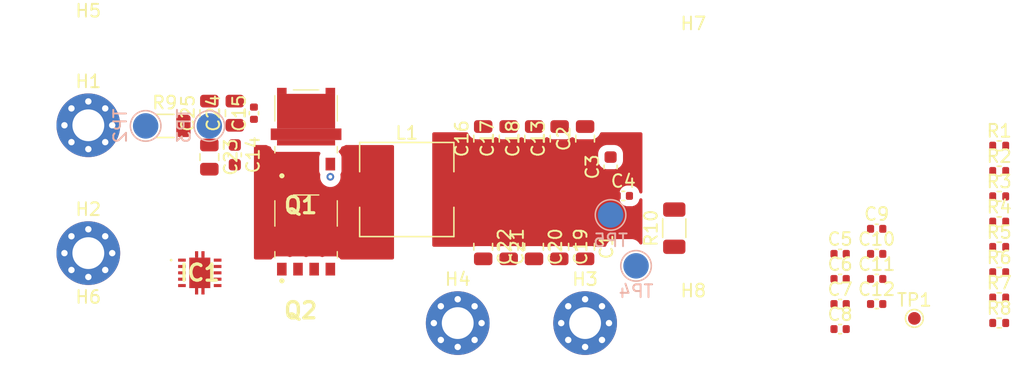
<source format=kicad_pcb>
(kicad_pcb (version 20241229) (generator "pcbnew") (generator_version "9.0")
  (layers (0 "F.Cu" signal) (2 "B.Cu" signal) (13 "F.Paste" user) (15 "B.Paste" user) (5 "F.SilkS" user "F.Silkscreen") (7 "B.SilkS" user "B.Silkscreen") (1 "F.Mask" user) (3 "B.Mask" user) (25 "Edge.Cuts" user))
  (net 0 "")
  (net 1 "GND")
  (net 2 "VOUT")
  (net 3 "Net-(IC1-EN{slash}SS)")
  (net 4 "Net-(C6-Pad1)")
  (net 5 "SW")
  (net 6 "BP")
  (net 7 "VCC")
  (net 8 "Net-(IC1-COMP)")
  (net 9 "Net-(IC1-FB)")
  (net 10 "Net-(C11-Pad2)")
  (net 11 "Net-(C12-Pad1)")
  (net 12 "Net-(H1-Pad1)")
  (net 13 "Net-(H3-Pad1)")
  (net 14 "GATE_H")
  (net 15 "GATE_L")
  (net 16 "Net-(IC1-BOOT)")
  (net 17 "Net-(IC1-PGOOD)")
  (net 18 "Net-(R7-Pad2)")
  (footprint "MountingHole:MountingHole_2.5mm_Pad_Via" (layer "F.Cu") (at 106.5 99)
    (property "Reference" "H3" (at 0 -3.45 0) (layer "F.SilkS"))
    (property "Value" "MountingHole_Pad")
    (pad "1" thru_hole circle (at -1.875 0) (size 0.8 0.8) (drill 0.5) (layers "*.Cu" "*.Mask") (net 13 "Net-(H3-Pad1)"))
    (pad "1" thru_hole circle (at -1.325825 -1.325825) (size 0.8 0.8) (drill 0.5) (layers "*.Cu" "*.Mask") (net 13 "Net-(H3-Pad1)"))
    (pad "1" thru_hole circle (at -1.325825 1.325825) (size 0.8 0.8) (drill 0.5) (layers "*.Cu" "*.Mask") (net 13 "Net-(H3-Pad1)"))
    (pad "1" thru_hole circle (at 0 -1.875) (size 0.8 0.8) (drill 0.5) (layers "*.Cu" "*.Mask") (net 13 "Net-(H3-Pad1)"))
    (pad "1" thru_hole circle (at 0 0) (size 5 5) (drill 2.5) (layers "*.Cu" "*.Mask") (net 13 "Net-(H3-Pad1)"))
    (pad "1" thru_hole circle (at 0 1.875) (size 0.8 0.8) (drill 0.5) (layers "*.Cu" "*.Mask") (net 13 "Net-(H3-Pad1)"))
    (pad "1" thru_hole circle (at 1.325825 -1.325825) (size 0.8 0.8) (drill 0.5) (layers "*.Cu" "*.Mask") (net 13 "Net-(H3-Pad1)"))
    (pad "1" thru_hole circle (at 1.325825 1.325825) (size 0.8 0.8) (drill 0.5) (layers "*.Cu" "*.Mask") (net 13 "Net-(H3-Pad1)"))
    (pad "1" thru_hole circle (at 1.875 0) (size 0.8 0.8) (drill 0.5) (layers "*.Cu" "*.Mask") (net 13 "Net-(H3-Pad1)"))
  )
  (footprint "Capacitor_SMD:C_0402_1005Metric" (layer "F.Cu") (at 129.39 97.5)
    (property "Reference" "C12" (at 0 -1.16 0) (layer "F.SilkS"))
    (property "Value" "1.8n")
    (fp_line (start -0.107836 -0.36) (end 0.107836 -0.36) (stroke (width 0.12)) (layer "F.SilkS"))
    (fp_line (start -0.107836 0.36) (end 0.107836 0.36) (stroke (width 0.12)) (layer "F.SilkS"))
    (pad "1" smd roundrect (at -0.48 0) (size 0.56 0.62) (layers "F.Cu" "F.Mask" "F.Paste") (net 11 "Net-(C12-Pad1)"))
    (pad "2" smd roundrect (at 0.48 0) (size 0.56 0.62) (layers "F.Cu" "F.Mask" "F.Paste") (net 9 "Net-(IC1-FB)"))
  )
  (footprint "Capacitor_SMD:C_0402_1005Metric" (layer "F.Cu") (at 126.52 95.53)
    (property "Reference" "C6" (at 0 -1.16 0) (layer "F.SilkS"))
    (property "Value" "220n")
    (fp_line (start -0.107836 -0.36) (end 0.107836 -0.36) (stroke (width 0.12)) (layer "F.SilkS"))
    (fp_line (start -0.107836 0.36) (end 0.107836 0.36) (stroke (width 0.12)) (layer "F.SilkS"))
    (pad "1" smd roundrect (at -0.48 0) (size 0.56 0.62) (layers "F.Cu" "F.Mask" "F.Paste") (net 4 "Net-(C6-Pad1)"))
    (pad "2" smd roundrect (at 0.48 0) (size 0.56 0.62) (layers "F.Cu" "F.Mask" "F.Paste") (net 5 "SW"))
  )
  (footprint "Resistor_SMD:R_0402_1005Metric" (layer "F.Cu") (at 139.01 91.03)
    (property "Reference" "R4" (at 0 -1.17 0) (layer "F.SilkS"))
    (property "Value" "10k")
    (fp_line (start -0.153641 -0.38) (end 0.153641 -0.38) (stroke (width 0.12)) (layer "F.SilkS"))
    (fp_line (start -0.153641 0.38) (end 0.153641 0.38) (stroke (width 0.12)) (layer "F.SilkS"))
    (pad "1" smd roundrect (at -0.51 0) (size 0.54 0.64) (layers "F.Cu" "F.Mask" "F.Paste") (net 2 "VOUT"))
    (pad "2" smd roundrect (at 0.51 0) (size 0.54 0.64) (layers "F.Cu" "F.Mask" "F.Paste") (net 9 "Net-(IC1-FB)"))
  )
  (footprint "imported:NTMFS5C460NLT1G" (layer "F.Cu") (at 82.69 86.521)
    (property "Reference" "Q1" (at 1.48 3.23 0) (layer "F.SilkS") (effects (font (size 1.27 1.27) (thickness 0.254))))
    (property "Value" "NTMFS5C628NLT1G" (hide yes))
    (fp_line (start -0.545 -5.4) (end -0.545 -3.4) (stroke (width 0.1)) (layer "F.SilkS"))
    (fp_line (start -0.545 -1.4) (end -0.545 -0.9) (stroke (width 0.1)) (layer "F.SilkS"))
    (fp_line (start -0.095 0.9) (end -0.095 0.9) (stroke (width 0.2)) (layer "F.SilkS"))
    (fp_line (start 0.105 0.9) (end 0.105 0.9) (stroke (width 0.2)) (layer "F.SilkS"))
    (fp_line (start 0.905 -5.85) (end 2.905 -5.85) (stroke (width 0.1)) (layer "F.SilkS"))
    (fp_line (start 4.355 -5.4) (end 4.355 -3.4) (stroke (width 0.1)) (layer "F.SilkS"))
    (fp_line (start 4.355 -1.4) (end 4.355 -0.9) (stroke (width 0.1)) (layer "F.SilkS"))
    (fp_arc (start -0.095 0.9) (mid 0.005 0.8) (end 0.105 0.9) (stroke (width 0.2)) (layer "F.SilkS"))
    (fp_arc (start 0.105 0.9) (mid 0.005 1) (end -0.095 0.9) (stroke (width 0.2)) (layer "F.SilkS"))
    (pad "1" smd rect (at 0 -0.021) (size 0.75 1) (layers "F.Cu" "F.Mask" "F.Paste") (net 5 "SW"))
    (pad "2" smd rect (at 1.27 -0.021) (size 0.75 1) (layers "F.Cu" "F.Mask" "F.Paste") (net 5 "SW"))
    (pad "3" smd rect (at 2.54 -0.021) (size 0.75 1) (layers "F.Cu" "F.Mask" "F.Paste") (net 5 "SW"))
    (pad "4" smd rect (at 3.81 -0.021) (size 0.75 1) (layers "F.Cu" "F.Mask" "F.Paste") (net 14 "GATE_H"))
    (pad "5" smd rect (at 3.81 -5.779 90) (size 0.475 0.75) (layers "F.Cu" "F.Mask" "F.Paste") (net 7 "VCC"))
    (pad "6" smd rect (at 0 -5.779 90) (size 0.475 0.75) (layers "F.Cu" "F.Mask" "F.Paste") (net 7 "VCC"))
    (pad "7" smd rect (at 1.905 -4.179 90) (size 2.73 4.56) (layers "F.Cu" "F.Mask" "F.Paste") (net 7 "VCC"))
    (pad "8" smd rect (at 1.905 -2.364 90) (size 0.91 5.55) (layers "F.Cu" "F.Mask" "F.Paste") (net 7 "VCC"))
    (pad "9" smd rect (at 1.905 -1.699 90) (size 0.43 4.56) (layers "F.Cu" "F.Mask" "F.Paste") (net 7 "VCC"))
  )
  (footprint "Capacitor_SMD:C_0402_1005Metric" (layer "F.Cu") (at 126.52 99.47)
    (property "Reference" "C8" (at 0 -1.16 0) (layer "F.SilkS"))
    (property "Value" "100n")
    (fp_line (start -0.107836 -0.36) (end 0.107836 -0.36) (stroke (width 0.12)) (layer "F.SilkS"))
    (fp_line (start -0.107836 0.36) (end 0.107836 0.36) (stroke (width 0.12)) (layer "F.SilkS"))
    (pad "1" smd roundrect (at -0.48 0) (size 0.56 0.62) (layers "F.Cu" "F.Mask" "F.Paste") (net 7 "VCC"))
    (pad "2" smd roundrect (at 0.48 0) (size 0.56 0.62) (layers "F.Cu" "F.Mask" "F.Paste") (net 1 "GND"))
  )
  (footprint "Capacitor_SMD:C_0402_1005Metric" (layer "F.Cu") (at 129.39 93.56)
    (property "Reference" "C10" (at 0 -1.16 0) (layer "F.SilkS"))
    (property "Value" "220p")
    (fp_line (start -0.107836 -0.36) (end 0.107836 -0.36) (stroke (width 0.12)) (layer "F.SilkS"))
    (fp_line (start -0.107836 0.36) (end 0.107836 0.36) (stroke (width 0.12)) (layer "F.SilkS"))
    (pad "1" smd roundrect (at -0.48 0) (size 0.56 0.62) (layers "F.Cu" "F.Mask" "F.Paste") (net 8 "Net-(IC1-COMP)"))
    (pad "2" smd roundrect (at 0.48 0) (size 0.56 0.62) (layers "F.Cu" "F.Mask" "F.Paste") (net 9 "Net-(IC1-FB)"))
  )
  (footprint "Resistor_SMD:R_0402_1005Metric" (layer "F.Cu") (at 139.01 98.99)
    (property "Reference" "R8" (at 0 -1.17 0) (layer "F.SilkS"))
    (property "Value" "100")
    (fp_line (start -0.153641 -0.38) (end 0.153641 -0.38) (stroke (width 0.12)) (layer "F.SilkS"))
    (fp_line (start -0.153641 0.38) (end 0.153641 0.38) (stroke (width 0.12)) (layer "F.SilkS"))
    (pad "1" smd roundrect (at -0.51 0) (size 0.54 0.64) (layers "F.Cu" "F.Mask" "F.Paste") (net 18 "Net-(R7-Pad2)"))
    (pad "2" smd roundrect (at 0.51 0) (size 0.54 0.64) (layers "F.Cu" "F.Mask" "F.Paste") (net 11 "Net-(C12-Pad1)"))
  )
  (footprint "imported:NTMFS5C460NLT1G" (layer "F.Cu") (at 82.69 94.779)
    (property "Reference" "Q2" (at 1.48 3.23 0) (layer "F.SilkS") (effects (font (size 1.27 1.27) (thickness 0.254))))
    (property "Value" "NTMFS5C628NLT1G" (hide yes))
    (fp_line (start -0.545 -5.4) (end -0.545 -3.4) (stroke (width 0.1)) (layer "F.SilkS"))
    (fp_line (start -0.545 -1.4) (end -0.545 -0.9) (stroke (width 0.1)) (layer "F.SilkS"))
    (fp_line (start -0.095 0.9) (end -0.095 0.9) (stroke (width 0.2)) (layer "F.SilkS"))
    (fp_line (start 0.105 0.9) (end 0.105 0.9) (stroke (width 0.2)) (layer "F.SilkS"))
    (fp_line (start 0.905 -5.85) (end 2.905 -5.85) (stroke (width 0.1)) (layer "F.SilkS"))
    (fp_line (start 4.355 -5.4) (end 4.355 -3.4) (stroke (width 0.1)) (layer "F.SilkS"))
    (fp_line (start 4.355 -1.4) (end 4.355 -0.9) (stroke (width 0.1)) (layer "F.SilkS"))
    (fp_arc (start -0.095 0.9) (mid 0.005 0.8) (end 0.105 0.9) (stroke (width 0.2)) (layer "F.SilkS"))
    (fp_arc (start 0.105 0.9) (mid 0.005 1) (end -0.095 0.9) (stroke (width 0.2)) (layer "F.SilkS"))
    (pad "1" smd rect (at 0 -0.021) (size 0.75 1) (layers "F.Cu" "F.Mask" "F.Paste") (net 1 "GND"))
    (pad "2" smd rect (at 1.27 -0.021) (size 0.75 1) (layers "F.Cu" "F.Mask" "F.Paste") (net 1 "GND"))
    (pad "3" smd rect (at 2.54 -0.021) (size 0.75 1) (layers "F.Cu" "F.Mask" "F.Paste") (net 1 "GND"))
    (pad "4" smd rect (at 3.81 -0.021) (size 0.75 1) (layers "F.Cu" "F.Mask" "F.Paste") (net 15 "GATE_L"))
    (pad "5" smd rect (at 3.81 -5.779 90) (size 0.475 0.75) (layers "F.Cu" "F.Mask" "F.Paste") (net 5 "SW"))
    (pad "6" smd rect (at 0 -5.779 90) (size 0.475 0.75) (layers "F.Cu" "F.Mask" "F.Paste") (net 5 "SW"))
    (pad "7" smd rect (at 1.905 -4.179 90) (size 2.73 4.56) (layers "F.Cu" "F.Mask" "F.Paste") (net 5 "SW"))
    (pad "8" smd rect (at 1.905 -2.364 90) (size 0.91 5.55) (layers "F.Cu" "F.Mask" "F.Paste") (net 5 "SW"))
    (pad "9" smd rect (at 1.905 -1.699 90) (size 0.43 4.56) (layers "F.Cu" "F.Mask" "F.Paste") (net 5 "SW"))
  )
  (footprint "Resistor_SMD:R_0402_1005Metric" (layer "F.Cu") (at 139.01 93.02)
    (property "Reference" "R5" (at 0 -1.17 0) (layer "F.SilkS"))
    (property "Value" "5.1k")
    (fp_line (start -0.153641 -0.38) (end 0.153641 -0.38) (stroke (width 0.12)) (layer "F.SilkS"))
    (fp_line (start -0.153641 0.38) (end 0.153641 0.38) (stroke (width 0.12)) (layer "F.SilkS"))
    (pad "1" smd roundrect (at -0.51 0) (size 0.54 0.64) (layers "F.Cu" "F.Mask" "F.Paste") (net 9 "Net-(IC1-FB)"))
    (pad "2" smd roundrect (at 0.51 0) (size 0.54 0.64) (layers "F.Cu" "F.Mask" "F.Paste") (net 1 "GND"))
  )
  (footprint "Resistor_SMD:R_0402_1005Metric" (layer "F.Cu") (at 139.01 85.06)
    (property "Reference" "R1" (at 0 -1.17 0) (layer "F.SilkS"))
    (property "Value" "10")
    (fp_line (start -0.153641 -0.38) (end 0.153641 -0.38) (stroke (width 0.12)) (layer "F.SilkS"))
    (fp_line (start -0.153641 0.38) (end 0.153641 0.38) (stroke (width 0.12)) (layer "F.SilkS"))
    (pad "1" smd roundrect (at -0.51 0) (size 0.54 0.64) (layers "F.Cu" "F.Mask" "F.Paste") (net 16 "Net-(IC1-BOOT)"))
    (pad "2" smd roundrect (at 0.51 0) (size 0.54 0.64) (layers "F.Cu" "F.Mask" "F.Paste") (net 4 "Net-(C6-Pad1)"))
  )
  (footprint "MountingHole:MountingHole_2.5mm_Pad_Via" (layer "F.Cu") (at 67.5 93.5)
    (property "Reference" "H2" (at 0 -3.45 0) (layer "F.SilkS"))
    (property "Value" "MountingHole_Pad")
    (pad "1" thru_hole circle (at -1.875 0) (size 0.8 0.8) (drill 0.5) (layers "*.Cu" "*.Mask") (net 1 "GND"))
    (pad "1" thru_hole circle (at -1.325825 -1.325825) (size 0.8 0.8) (drill 0.5) (layers "*.Cu" "*.Mask") (net 1 "GND"))
    (pad "1" thru_hole circle (at -1.325825 1.325825) (size 0.8 0.8) (drill 0.5) (layers "*.Cu" "*.Mask") (net 1 "GND"))
    (pad "1" thru_hole circle (at 0 -1.875) (size 0.8 0.8) (drill 0.5) (layers "*.Cu" "*.Mask") (net 1 "GND"))
    (pad "1" thru_hole circle (at 0 0) (size 5 5) (drill 2.5) (layers "*.Cu" "*.Mask") (net 1 "GND"))
    (pad "1" thru_hole circle (at 0 1.875) (size 0.8 0.8) (drill 0.5) (layers "*.Cu" "*.Mask") (net 1 "GND"))
    (pad "1" thru_hole circle (at 1.325825 -1.325825) (size 0.8 0.8) (drill 0.5) (layers "*.Cu" "*.Mask") (net 1 "GND"))
    (pad "1" thru_hole circle (at 1.325825 1.325825) (size 0.8 0.8) (drill 0.5) (layers "*.Cu" "*.Mask") (net 1 "GND"))
    (pad "1" thru_hole circle (at 1.875 0) (size 0.8 0.8) (drill 0.5) (layers "*.Cu" "*.Mask") (net 1 "GND"))
  )
  (footprint "Capacitor_SMD:C_0805_2012Metric" (layer "F.Cu") (at 100.5 93 -90)
    (property "Reference" "C21" (at 0 -0.66 90) (layer "F.SilkS"))
    (property "Value" "22u")
    (fp_line (start -0.261252 0.735) (end 0.261252 0.735) (stroke (width 0.12)) (layer "F.SilkS"))
    (fp_line (start -0.261252 -0.735) (end 0.261252 -0.735) (stroke (width 0.12)) (layer "F.SilkS"))
    (pad "1" smd roundrect (at -0.95 0 270) (size 1 1.45) (layers "F.Cu" "F.Mask" "F.Paste") (net 2 "VOUT"))
    (pad "2" smd roundrect (at 0.95 0 270) (size 1 1.45) (layers "F.Cu" "F.Mask" "F.Paste") (net 1 "GND"))
  )
  (footprint "Resistor_SMD:R_1206_3216Metric" (layer "F.Cu") (at 73.5 83.5)
    (property "Reference" "R9" (at 0 -1.83 0) (layer "F.SilkS"))
    (property "Value" "1m")
    (fp_line (start -0.727064 -0.91) (end 0.727064 -0.91) (stroke (width 0.12)) (layer "F.SilkS"))
    (fp_line (start -0.727064 0.91) (end 0.727064 0.91) (stroke (width 0.12)) (layer "F.SilkS"))
    (pad "1" smd roundrect (at -1.4625 0) (size 1.125 1.75) (layers "F.Cu" "F.Mask" "F.Paste") (roundrect_rratio 0.222222) (net 12 "Net-(H1-Pad1)"))
    (pad "2" smd roundrect (at 1.4625 0) (size 1.125 1.75) (layers "F.Cu" "F.Mask" "F.Paste") (roundrect_rratio 0.222222) (net 7 "VCC"))
  )
  (footprint "Capacitor_SMD:C_0402_1005Metric" (layer "F.Cu") (at 109.5 89)
    (property "Reference" "C4" (at 0 -1.16 0) (layer "F.SilkS"))
    (property "Value" "100n")
    (fp_line (start -0.107836 -0.36) (end 0.107836 -0.36) (stroke (width 0.12)) (layer "F.SilkS"))
    (fp_line (start -0.107836 0.36) (end 0.107836 0.36) (stroke (width 0.12)) (layer "F.SilkS"))
    (pad "1" smd roundrect (at -0.48 0) (size 0.56 0.62) (layers "F.Cu" "F.Mask" "F.Paste") (net 2 "VOUT"))
    (pad "2" smd roundrect (at 0.48 0) (size 0.56 0.62) (layers "F.Cu" "F.Mask" "F.Paste") (net 1 "GND"))
  )
  (footprint "Capacitor_SMD:C_0805_2012Metric" (layer "F.Cu") (at 106.5 84.5 90)
    (property "Reference" "C2" (at 0 -1.68 90) (layer "F.SilkS"))
    (property "Value" "22u")
    (fp_line (start -0.261252 -0.735) (end 0.261252 -0.735) (stroke (width 0.12)) (layer "F.SilkS"))
    (fp_line (start -0.261252 0.735) (end 0.261252 0.735) (stroke (width 0.12)) (layer "F.SilkS"))
    (pad "1" smd roundrect (at -0.95 0 90) (size 1 1.45) (layers "F.Cu" "F.Mask" "F.Paste") (net 2 "VOUT"))
    (pad "2" smd roundrect (at 0.95 0 90) (size 1 1.45) (layers "F.Cu" "F.Mask" "F.Paste") (net 1 "GND"))
  )
  (footprint "Capacitor_SMD:C_0402_1005Metric" (layer "F.Cu") (at 129.39 95.53)
    (property "Reference" "C11" (at 0 -1.16 0) (layer "F.SilkS"))
    (property "Value" "220p")
    (fp_line (start -0.107836 -0.36) (end 0.107836 -0.36) (stroke (width 0.12)) (layer "F.SilkS"))
    (fp_line (start -0.107836 0.36) (end 0.107836 0.36) (stroke (width 0.12)) (layer "F.SilkS"))
    (pad "1" smd roundrect (at -0.48 0) (size 0.56 0.62) (layers "F.Cu" "F.Mask" "F.Paste") (net 8 "Net-(IC1-COMP)"))
    (pad "2" smd roundrect (at 0.48 0) (size 0.56 0.62) (layers "F.Cu" "F.Mask" "F.Paste") (net 10 "Net-(C11-Pad2)"))
  )
  (footprint "Capacitor_SMD:C_0603_1608Metric" (layer "F.Cu") (at 108.5 86.725 90)
    (property "Reference" "C3" (at 0 -1.43 90) (layer "F.SilkS"))
    (property "Value" "10u")
    (fp_line (start -0.14058 -0.51) (end 0.14058 -0.51) (stroke (width 0.12)) (layer "F.SilkS"))
    (fp_line (start -0.14058 0.51) (end 0.14058 0.51) (stroke (width 0.12)) (layer "F.SilkS"))
    (pad "1" smd roundrect (at -0.775 0 90) (size 0.9 0.95) (layers "F.Cu" "F.Mask" "F.Paste") (net 2 "VOUT"))
    (pad "2" smd roundrect (at 0.775 0 90) (size 0.9 0.95) (layers "F.Cu" "F.Mask" "F.Paste") (net 1 "GND"))
  )
  (footprint "Resistor_SMD:R_0402_1005Metric" (layer "F.Cu") (at 139.01 89.04)
    (property "Reference" "R3" (at 0 -1.17 0) (layer "F.SilkS"))
    (property "Value" "100k")
    (fp_line (start -0.153641 -0.38) (end 0.153641 -0.38) (stroke (width 0.12)) (layer "F.SilkS"))
    (fp_line (start -0.153641 0.38) (end 0.153641 0.38) (stroke (width 0.12)) (layer "F.SilkS"))
    (pad "1" smd roundrect (at -0.51 0) (size 0.54 0.64) (layers "F.Cu" "F.Mask" "F.Paste") (net 17 "Net-(IC1-PGOOD)"))
    (pad "2" smd roundrect (at 0.51 0) (size 0.54 0.64) (layers "F.Cu" "F.Mask" "F.Paste") (net 6 "BP"))
  )
  (footprint "Capacitor_SMD:C_0402_1005Metric" (layer "F.Cu") (at 129.39 91.59)
    (property "Reference" "C9" (at 0 -1.16 0) (layer "F.SilkS"))
    (property "Value" "1u")
    (fp_line (start -0.107836 -0.36) (end 0.107836 -0.36) (stroke (width 0.12)) (layer "F.SilkS"))
    (fp_line (start -0.107836 0.36) (end 0.107836 0.36) (stroke (width 0.12)) (layer "F.SilkS"))
    (pad "1" smd roundrect (at -0.48 0) (size 0.56 0.62) (layers "F.Cu" "F.Mask" "F.Paste") (net 7 "VCC"))
    (pad "2" smd roundrect (at 0.48 0) (size 0.56 0.62) (layers "F.Cu" "F.Mask" "F.Paste") (net 1 "GND"))
  )
  (footprint "Capacitor_SMD:C_0805_2012Metric" (layer "F.Cu") (at 102.5 84.5 90)
    (property "Reference" "C18" (at 0 -1.68 90) (layer "F.SilkS"))
    (property "Value" "22u")
    (fp_line (start -0.261252 -0.735) (end 0.261252 -0.735) (stroke (width 0.12)) (layer "F.SilkS"))
    (fp_line (start -0.261252 0.735) (end 0.261252 0.735) (stroke (width 0.12)) (layer "F.SilkS"))
    (pad "1" smd roundrect (at -0.95 0 90) (size 1 1.45) (layers "F.Cu" "F.Mask" "F.Paste") (net 2 "VOUT"))
    (pad "2" smd roundrect (at 0.95 0 90) (size 1 1.45) (layers "F.Cu" "F.Mask" "F.Paste") (net 1 "GND"))
  )
  (footprint "Capacitor_SMD:C_0805_2012Metric" (layer "F.Cu") (at 79 82.5 90)
    (property "Reference" "C24" (at 0 -1.68 90) (layer "F.SilkS"))
    (property "Value" "22u")
    (fp_line (start -0.261252 -0.735) (end 0.261252 -0.735) (stroke (width 0.12)) (layer "F.SilkS"))
    (fp_line (start -0.261252 0.735) (end 0.261252 0.735) (stroke (width 0.12)) (layer "F.SilkS"))
    (pad "1" smd roundrect (at -0.95 0 90) (size 1 1.45) (layers "F.Cu" "F.Mask" "F.Paste") (net 7 "VCC"))
    (pad "2" smd roundrect (at 0.95 0 90) (size 1 1.45) (layers "F.Cu" "F.Mask" "F.Paste") (net 1 "GND"))
  )
  (footprint "Resistor_SMD:R_0402_1005Metric" (layer "F.Cu") (at 139.01 95.01)
    (property "Reference" "R6" (at 0 -1.17 0) (layer "F.SilkS"))
    (property "Value" "1k")
    (fp_line (start -0.153641 -0.38) (end 0.153641 -0.38) (stroke (width 0.12)) (layer "F.SilkS"))
    (fp_line (start -0.153641 0.38) (end 0.153641 0.38) (stroke (width 0.12)) (layer "F.SilkS"))
    (pad "1" smd roundrect (at -0.51 0) (size 0.54 0.64) (layers "F.Cu" "F.Mask" "F.Paste") (net 10 "Net-(C11-Pad2)"))
    (pad "2" smd roundrect (at 0.51 0) (size 0.54 0.64) (layers "F.Cu" "F.Mask" "F.Paste") (net 9 "Net-(IC1-FB)"))
  )
  (footprint "TestPoint:TestPoint_Pad_D1.0mm" (layer "F.Cu") (at 132.35 98.63)
    (property "Reference" "TP1" (at 0 -1.448 0) (layer "F.SilkS"))
    (property "Value" "TestPoint")
    (fp_circle (center 0 0) (end 0 0.7) (stroke (width 0.12)) (fill no) (layer "F.SilkS"))
    (pad "1" smd circle (at 0 0) (size 1 1) (layers "F.Cu" "F.Mask") (net 3 "Net-(IC1-EN{slash}SS)"))
  )
  (footprint "MountingHole:MountingHole_2.1mm" (layer "F.Cu") (at 115 78.5)
    (property "Reference" "H7" (at 0 -3.05 0) (layer "F.SilkS"))
    (property "Value" "MountingHole")
    (pad "" np_thru_hole circle (at 0 0) (size 2.1 2.1) (drill 2.1) (layers "*.Cu" "*.Mask"))
  )
  (footprint "Capacitor_SMD:C_0805_2012Metric" (layer "F.Cu") (at 98.5 84.5 90)
    (property "Reference" "C16" (at 0 -1.68 90) (layer "F.SilkS"))
    (property "Value" "22u")
    (fp_line (start -0.261252 -0.735) (end 0.261252 -0.735) (stroke (width 0.12)) (layer "F.SilkS"))
    (fp_line (start -0.261252 0.735) (end 0.261252 0.735) (stroke (width 0.12)) (layer "F.SilkS"))
    (pad "1" smd roundrect (at -0.95 0 90) (size 1 1.45) (layers "F.Cu" "F.Mask" "F.Paste") (net 2 "VOUT"))
    (pad "2" smd roundrect (at 0.95 0 90) (size 1 1.45) (layers "F.Cu" "F.Mask" "F.Paste") (net 1 "GND"))
  )
  (footprint "Resistor_SMD:R_0402_1005Metric" (layer "F.Cu") (at 139.01 97)
    (property "Reference" "R7" (at 0 -1.17 0) (layer "F.SilkS"))
    (property "Value" "100")
    (fp_line (start -0.153641 -0.38) (end 0.153641 -0.38) (stroke (width 0.12)) (layer "F.SilkS"))
    (fp_line (start -0.153641 0.38) (end 0.153641 0.38) (stroke (width 0.12)) (layer "F.SilkS"))
    (pad "1" smd roundrect (at -0.51 0) (size 0.54 0.64) (layers "F.Cu" "F.Mask" "F.Paste") (net 2 "VOUT"))
    (pad "2" smd roundrect (at 0.51 0) (size 0.54 0.64) (layers "F.Cu" "F.Mask" "F.Paste") (net 18 "Net-(R7-Pad2)"))
  )
  (footprint "MountingHole:MountingHole_2.1mm" (layer "F.Cu") (at 115 99.5)
    (property "Reference" "H8" (at 0 -3.05 0) (layer "F.SilkS"))
    (property "Value" "MountingHole")
    (pad "" np_thru_hole circle (at 0 0) (size 2.1 2.1) (drill 2.1) (layers "*.Cu" "*.Mask"))
  )
  (footprint "MountingHole:MountingHole_2.1mm" (layer "F.Cu") (at 67.5 77.5)
    (property "Reference" "H5" (at 0 -3.05 0) (layer "F.SilkS"))
    (property "Value" "MountingHole")
    (pad "" np_thru_hole circle (at 0 0) (size 2.1 2.1) (drill 2.1) (layers "*.Cu" "*.Mask"))
  )
  (footprint "imported:TPS40305DRCT" (layer "F.Cu") (at 76.25 95.05)
    (property "Reference" "IC1" (at 0 0 0) (layer "F.SilkS") (effects (font (size 1.27 1.27) (thickness 0.254))))
    (property "Value" "TPS40305DRCT" (hide yes))
    (fp_line (start -2.3 -1) (end -2.3 -1) (stroke (width 0.1)) (layer "F.SilkS"))
    (fp_line (start -2.2 -1) (end -2.2 -1) (stroke (width 0.1)) (layer "F.SilkS"))
    (fp_arc (start -2.3 -1) (mid -2.25 -1.05) (end -2.2 -1) (stroke (width 0.1)) (layer "F.SilkS"))
    (fp_arc (start -2.2 -1) (mid -2.25 -0.95) (end -2.3 -1) (stroke (width 0.1)) (layer "F.SilkS"))
    (pad "1" smd rect (at -1.4 -1 90) (size 0.24 0.6) (layers "F.Cu" "F.Mask" "F.Paste") (net 7 "VCC"))
    (pad "2" smd rect (at -1.4 -0.5 90) (size 0.24 0.6) (layers "F.Cu" "F.Mask" "F.Paste") (net 3 "Net-(IC1-EN{slash}SS)"))
    (pad "3" smd rect (at -1.4 0 90) (size 0.24 0.6) (layers "F.Cu" "F.Mask" "F.Paste") (net 17 "Net-(IC1-PGOOD)"))
    (pad "4" smd rect (at -1.4 0.5 90) (size 0.24 0.6) (layers "F.Cu" "F.Mask" "F.Paste") (net 8 "Net-(IC1-COMP)"))
    (pad "5" smd rect (at -1.4 1 90) (size 0.24 0.6) (layers "F.Cu" "F.Mask" "F.Paste") (net 9 "Net-(IC1-FB)"))
    (pad "6" smd rect (at 1.4 1 90) (size 0.24 0.6) (layers "F.Cu" "F.Mask" "F.Paste") (net 16 "Net-(IC1-BOOT)"))
    (pad "7" smd rect (at 1.4 0.5 90) (size 0.24 0.6) (layers "F.Cu" "F.Mask" "F.Paste") (net 14 "GATE_H"))
    (pad "8" smd rect (at 1.4 0 90) (size 0.24 0.6) (layers "F.Cu" "F.Mask" "F.Paste") (net 5 "SW"))
    (pad "9" smd rect (at 1.4 -0.5 90) (size 0.24 0.6) (layers "F.Cu" "F.Mask" "F.Paste") (net 15 "GATE_L"))
    (pad "10" smd rect (at 1.4 -1 90) (size 0.24 0.6) (layers "F.Cu" "F.Mask" "F.Paste") (net 6 "BP"))
    (pad "11" smd rect (at -0.25 -1.45) (size 0.25 0.5) (layers "F.Cu" "F.Mask" "F.Paste") (net 1 "GND"))
    (pad "12" smd rect (at 0.25 -1.45) (size 0.25 0.5) (layers "F.Cu" "F.Mask" "F.Paste") (net 1 "GND"))
    (pad "13" smd rect (at -0.25 1.45) (size 0.25 0.5) (layers "F.Cu" "F.Mask" "F.Paste") (net 1 "GND"))
    (pad "14" smd rect (at 0.25 1.45) (size 0.25 0.5) (layers "F.Cu" "F.Mask" "F.Paste") (net 1 "GND"))
    (pad "15" smd rect (at 0 0) (size 1.65 2.4) (layers "F.Cu" "F.Mask" "F.Paste") (net 1 "GND"))
  )
  (footprint "Capacitor_SMD:C_0603_1608Metric" (layer "F.Cu") (at 79 85.775 -90)
    (property "Reference" "C14" (at 0 -1.43 90) (layer "F.SilkS"))
    (property "Value" "10u")
    (fp_line (start -0.14058 0.51) (end 0.14058 0.51) (stroke (width 0.12)) (layer "F.SilkS"))
    (fp_line (start -0.14058 -0.51) (end 0.14058 -0.51) (stroke (width 0.12)) (layer "F.SilkS"))
    (pad "1" smd roundrect (at -0.775 0 270) (size 0.9 0.95) (layers "F.Cu" "F.Mask" "F.Paste") (net 7 "VCC"))
    (pad "2" smd roundrect (at 0.775 0 270) (size 0.9 0.95) (layers "F.Cu" "F.Mask" "F.Paste") (net 1 "GND"))
  )
  (footprint "Capacitor_SMD:C_0402_1005Metric" (layer "F.Cu") (at 80.5 82.5 90)
    (property "Reference" "C15" (at 0 -1.16 90) (layer "F.SilkS"))
    (property "Value" "100n")
    (fp_line (start -0.107836 -0.36) (end 0.107836 -0.36) (stroke (width 0.12)) (layer "F.SilkS"))
    (fp_line (start -0.107836 0.36) (end 0.107836 0.36) (stroke (width 0.12)) (layer "F.SilkS"))
    (pad "1" smd roundrect (at -0.48 0 90) (size 0.56 0.62) (layers "F.Cu" "F.Mask" "F.Paste") (net 7 "VCC"))
    (pad "2" smd roundrect (at 0.48 0 90) (size 0.56 0.62) (layers "F.Cu" "F.Mask" "F.Paste") (net 1 "GND"))
  )
  (footprint "Capacitor_SMD:C_0805_2012Metric" (layer "F.Cu") (at 100.5 84.5 90)
    (property "Reference" "C17" (at 0 -1.68 90) (layer "F.SilkS"))
    (property "Value" "22u")
    (fp_line (start -0.261252 -0.735) (end 0.261252 -0.735) (stroke (width 0.12)) (layer "F.SilkS"))
    (fp_line (start -0.261252 0.735) (end 0.261252 0.735) (stroke (width 0.12)) (layer "F.SilkS"))
    (pad "1" smd roundrect (at -0.95 0 90) (size 1 1.45) (layers "F.Cu" "F.Mask" "F.Paste") (net 2 "VOUT"))
    (pad "2" smd roundrect (at 0.95 0 90) (size 1 1.45) (layers "F.Cu" "F.Mask" "F.Paste") (net 1 "GND"))
  )
  (footprint "Resistor_SMD:R_1206_3216Metric" (layer "F.Cu") (at 113.5 91.5375 90)
    (property "Reference" "R10" (at 0 -1.83 90) (layer "F.SilkS"))
    (property "Value" "1m")
    (fp_line (start -0.727064 -0.91) (end 0.727064 -0.91) (stroke (width 0.12)) (layer "F.SilkS"))
    (fp_line (start -0.727064 0.91) (end 0.727064 0.91) (stroke (width 0.12)) (layer "F.SilkS"))
    (pad "1" smd roundrect (at -1.4625 0 90) (size 1.125 1.75) (layers "F.Cu" "F.Mask" "F.Paste") (roundrect_rratio 0.222222) (net 13 "Net-(H3-Pad1)"))
    (pad "2" smd roundrect (at 1.4625 0 90) (size 1.125 1.75) (layers "F.Cu" "F.Mask" "F.Paste") (roundrect_rratio 0.222222) (net 2 "VOUT"))
  )
  (footprint "Capacitor_SMD:C_0805_2012Metric" (layer "F.Cu") (at 77 85.95 -90)
    (property "Reference" "C23" (at 0 -1.68 90) (layer "F.SilkS"))
    (property "Value" "22u")
    (fp_line (start -0.261252 0.735) (end 0.261252 0.735) (stroke (width 0.12)) (layer "F.SilkS"))
    (fp_line (start -0.261252 -0.735) (end 0.261252 -0.735) (stroke (width 0.12)) (layer "F.SilkS"))
    (pad "1" smd roundrect (at -0.95 0 270) (size 1 1.45) (layers "F.Cu" "F.Mask" "F.Paste") (net 7 "VCC"))
    (pad "2" smd roundrect (at 0.95 0 270) (size 1 1.45) (layers "F.Cu" "F.Mask" "F.Paste") (net 1 "GND"))
  )
  (footprint "Capacitor_SMD:C_0402_1005Metric" (layer "F.Cu") (at 126.52 97.5)
    (property "Reference" "C7" (at 0 -1.16 0) (layer "F.SilkS"))
    (property "Value" "1u")
    (fp_line (start -0.107836 -0.36) (end 0.107836 -0.36) (stroke (width 0.12)) (layer "F.SilkS"))
    (fp_line (start -0.107836 0.36) (end 0.107836 0.36) (stroke (width 0.12)) (layer "F.SilkS"))
    (pad "1" smd roundrect (at -0.48 0) (size 0.56 0.62) (layers "F.Cu" "F.Mask" "F.Paste") (net 6 "BP"))
    (pad "2" smd roundrect (at 0.48 0) (size 0.56 0.62) (layers "F.Cu" "F.Mask" "F.Paste") (net 1 "GND"))
  )
  (footprint "Capacitor_SMD:C_0805_2012Metric" (layer "F.Cu") (at 77 82.5 90)
    (property "Reference" "C25" (at 0 -1.68 90) (layer "F.SilkS"))
    (property "Value" "22u")
    (fp_line (start -0.261252 -0.735) (end 0.261252 -0.735) (stroke (width 0.12)) (layer "F.SilkS"))
    (fp_line (start -0.261252 0.735) (end 0.261252 0.735) (stroke (width 0.12)) (layer "F.SilkS"))
    (pad "1" smd roundrect (at -0.95 0 90) (size 1 1.45) (layers "F.Cu" "F.Mask" "F.Paste") (net 7 "VCC"))
    (pad "2" smd roundrect (at 0.95 0 90) (size 1 1.45) (layers "F.Cu" "F.Mask" "F.Paste") (net 1 "GND"))
  )
  (footprint "MountingHole:MountingHole_2.5mm_Pad_Via" (layer "F.Cu") (at 96.5 99)
    (property "Reference" "H4" (at 0 -3.45 0) (layer "F.SilkS"))
    (property "Value" "MountingHole_Pad")
    (pad "1" thru_hole circle (at -1.875 0) (size 0.8 0.8) (drill 0.5) (layers "*.Cu" "*.Mask") (net 1 "GND"))
    (pad "1" thru_hole circle (at -1.325825 -1.325825) (size 0.8 0.8) (drill 0.5) (layers "*.Cu" "*.Mask") (net 1 "GND"))
    (pad "1" thru_hole circle (at -1.325825 1.325825) (size 0.8 0.8) (drill 0.5) (layers "*.Cu" "*.Mask") (net 1 "GND"))
    (pad "1" thru_hole circle (at 0 -1.875) (size 0.8 0.8) (drill 0.5) (layers "*.Cu" "*.Mask") (net 1 "GND"))
    (pad "1" thru_hole circle (at 0 0) (size 5 5) (drill 2.5) (layers "*.Cu" "*.Mask") (net 1 "GND"))
    (pad "1" thru_hole circle (at 0 1.875) (size 0.8 0.8) (drill 0.5) (layers "*.Cu" "*.Mask") (net 1 "GND"))
    (pad "1" thru_hole circle (at 1.325825 -1.325825) (size 0.8 0.8) (drill 0.5) (layers "*.Cu" "*.Mask") (net 1 "GND"))
    (pad "1" thru_hole circle (at 1.325825 1.325825) (size 0.8 0.8) (drill 0.5) (layers "*.Cu" "*.Mask") (net 1 "GND"))
    (pad "1" thru_hole circle (at 1.875 0) (size 0.8 0.8) (drill 0.5) (layers "*.Cu" "*.Mask") (net 1 "GND"))
  )
  (footprint "Capacitor_SMD:C_0402_1005Metric" (layer "F.Cu") (at 126.52 93.56)
    (property "Reference" "C5" (at 0 -1.16 0) (layer "F.SilkS"))
    (property "Value" "10n")
    (fp_line (start -0.107836 -0.36) (end 0.107836 -0.36) (stroke (width 0.12)) (layer "F.SilkS"))
    (fp_line (start -0.107836 0.36) (end 0.107836 0.36) (stroke (width 0.12)) (layer "F.SilkS"))
    (pad "1" smd roundrect (at -0.48 0) (size 0.56 0.62) (layers "F.Cu" "F.Mask" "F.Paste") (net 3 "Net-(IC1-EN{slash}SS)"))
    (pad "2" smd roundrect (at 0.48 0) (size 0.56 0.62) (layers "F.Cu" "F.Mask" "F.Paste") (net 1 "GND"))
  )
  (footprint "Capacitor_SMD:C_0805_2012Metric" (layer "F.Cu") (at 104.5 84.5 90)
    (property "Reference" "C13" (at 0 -1.68 90) (layer "F.SilkS"))
    (property "Value" "22u")
    (fp_line (start -0.261252 -0.735) (end 0.261252 -0.735) (stroke (width 0.12)) (layer "F.SilkS"))
    (fp_line (start -0.261252 0.735) (end 0.261252 0.735) (stroke (width 0.12)) (layer "F.SilkS"))
    (pad "1" smd roundrect (at -0.95 0 90) (size 1 1.45) (layers "F.Cu" "F.Mask" "F.Paste") (net 2 "VOUT"))
    (pad "2" smd roundrect (at 0.95 0 90) (size 1 1.45) (layers "F.Cu" "F.Mask" "F.Paste") (net 1 "GND"))
  )
  (footprint "Capacitor_SMD:C_0805_2012Metric" (layer "F.Cu") (at 106.5 93 -90)
    (property "Reference" "C1" (at 0 -1.68 90) (layer "F.SilkS"))
    (property "Value" "22u")
    (fp_line (start -0.261252 0.735) (end 0.261252 0.735) (stroke (width 0.12)) (layer "F.SilkS"))
    (fp_line (start -0.261252 -0.735) (end 0.261252 -0.735) (stroke (width 0.12)) (layer "F.SilkS"))
    (pad "1" smd roundrect (at -0.95 0 270) (size 1 1.45) (layers "F.Cu" "F.Mask" "F.Paste") (net 2 "VOUT"))
    (pad "2" smd roundrect (at 0.95 0 270) (size 1 1.45) (layers "F.Cu" "F.Mask" "F.Paste") (net 1 "GND"))
  )
  (footprint "Capacitor_SMD:C_0805_2012Metric" (layer "F.Cu") (at 104.47 93 -90)
    (property "Reference" "C19" (at 0 -1.68 90) (layer "F.SilkS"))
    (property "Value" "22u")
    (fp_line (start -0.261252 0.735) (end 0.261252 0.735) (stroke (width 0.12)) (layer "F.SilkS"))
    (fp_line (start -0.261252 -0.735) (end 0.261252 -0.735) (stroke (width 0.12)) (layer "F.SilkS"))
    (pad "1" smd roundrect (at -0.95 0 270) (size 1 1.45) (layers "F.Cu" "F.Mask" "F.Paste") (net 2 "VOUT"))
    (pad "2" smd roundrect (at 0.95 0 270) (size 1 1.45) (layers "F.Cu" "F.Mask" "F.Paste") (net 1 "GND"))
  )
  (footprint "Capacitor_SMD:C_0805_2012Metric" (layer "F.Cu") (at 102.49 93 -90)
    (property "Reference" "C20" (at 0 -1.68 90) (layer "F.SilkS"))
    (property "Value" "22u")
    (fp_line (start -0.261252 0.735) (end 0.261252 0.735) (stroke (width 0.12)) (layer "F.SilkS"))
    (fp_line (start -0.261252 -0.735) (end 0.261252 -0.735) (stroke (width 0.12)) (layer "F.SilkS"))
    (pad "1" smd roundrect (at -0.95 0 270) (size 1 1.45) (layers "F.Cu" "F.Mask" "F.Paste") (net 2 "VOUT"))
    (pad "2" smd roundrect (at 0.95 0 270) (size 1 1.45) (layers "F.Cu" "F.Mask" "F.Paste") (net 1 "GND"))
  )
  (footprint "Resistor_SMD:R_0402_1005Metric" (layer "F.Cu") (at 139.01 87.05)
    (property "Reference" "R2" (at 0 -1.17 0) (layer "F.SilkS"))
    (property "Value" "5.1k")
    (fp_line (start -0.153641 -0.38) (end 0.153641 -0.38) (stroke (width 0.12)) (layer "F.SilkS"))
    (fp_line (start -0.153641 0.38) (end 0.153641 0.38) (stroke (width 0.12)) (layer "F.SilkS"))
    (pad "1" smd roundrect (at -0.51 0) (size 0.54 0.64) (layers "F.Cu" "F.Mask" "F.Paste") (net 1 "GND"))
    (pad "2" smd roundrect (at 0.51 0) (size 0.54 0.64) (layers "F.Cu" "F.Mask" "F.Paste") (net 15 "GATE_L"))
  )
  (footprint "MountingHole:MountingHole_2.1mm" (layer "F.Cu") (at 67.5 100)
    (property "Reference" "H6" (at 0 -3.05 0) (layer "F.SilkS"))
    (property "Value" "MountingHole")
    (pad "" np_thru_hole circle (at 0 0) (size 2.1 2.1) (drill 2.1) (layers "*.Cu" "*.Mask"))
  )
  (footprint "MountingHole:MountingHole_2.5mm_Pad_Via" (layer "F.Cu") (at 67.5 83.45)
    (property "Reference" "H1" (at 0 -3.45 0) (layer "F.SilkS"))
    (property "Value" "MountingHole_Pad")
    (pad "1" thru_hole circle (at -1.875 0) (size 0.8 0.8) (drill 0.5) (layers "*.Cu" "*.Mask") (net 12 "Net-(H1-Pad1)"))
    (pad "1" thru_hole circle (at -1.325825 -1.325825) (size 0.8 0.8) (drill 0.5) (layers "*.Cu" "*.Mask") (net 12 "Net-(H1-Pad1)"))
    (pad "1" thru_hole circle (at -1.325825 1.325825) (size 0.8 0.8) (drill 0.5) (layers "*.Cu" "*.Mask") (net 12 "Net-(H1-Pad1)"))
    (pad "1" thru_hole circle (at 0 -1.875) (size 0.8 0.8) (drill 0.5) (layers "*.Cu" "*.Mask") (net 12 "Net-(H1-Pad1)"))
    (pad "1" thru_hole circle (at 0 0) (size 5 5) (drill 2.5) (layers "*.Cu" "*.Mask") (net 12 "Net-(H1-Pad1)"))
    (pad "1" thru_hole circle (at 0 1.875) (size 0.8 0.8) (drill 0.5) (layers "*.Cu" "*.Mask") (net 12 "Net-(H1-Pad1)"))
    (pad "1" thru_hole circle (at 1.325825 -1.325825) (size 0.8 0.8) (drill 0.5) (layers "*.Cu" "*.Mask") (net 12 "Net-(H1-Pad1)"))
    (pad "1" thru_hole circle (at 1.325825 1.325825) (size 0.8 0.8) (drill 0.5) (layers "*.Cu" "*.Mask") (net 12 "Net-(H1-Pad1)"))
    (pad "1" thru_hole circle (at 1.875 0) (size 0.8 0.8) (drill 0.5) (layers "*.Cu" "*.Mask") (net 12 "Net-(H1-Pad1)"))
  )
  (footprint "Inductor_SMD:L_7.3x7.3_H4.5" (layer "F.Cu") (at 92.5 88.5)
    (property "Reference" "L1" (at 0 -4.45 0) (layer "F.SilkS"))
    (property "Value" "300n")
    (fp_line (start -3.7 -3.7) (end 3.7 -3.7) (stroke (width 0.12)) (layer "F.SilkS"))
    (fp_line (start -3.7 -1.4) (end -3.7 -3.7) (stroke (width 0.12)) (layer "F.SilkS"))
    (fp_line (start -3.7 3.7) (end -3.7 1.4) (stroke (width 0.12)) (layer "F.SilkS"))
    (fp_line (start 3.7 -3.7) (end 3.7 -1.4) (stroke (width 0.12)) (layer "F.SilkS"))
    (fp_line (start 3.7 1.4) (end 3.7 3.7) (stroke (width 0.12)) (layer "F.SilkS"))
    (fp_line (start 3.7 3.7) (end -3.7 3.7) (stroke (width 0.12)) (layer "F.SilkS"))
    (pad "1" smd rect (at -3.2 0) (size 1.5 2.2) (layers "F.Cu" "F.Mask" "F.Paste") (net 5 "SW"))
    (pad "2" smd rect (at 3.2 0) (size 1.5 2.2) (layers "F.Cu" "F.Mask" "F.Paste") (net 2 "VOUT"))
  )
  (footprint "Capacitor_SMD:C_0805_2012Metric" (layer "F.Cu") (at 98.5 93 -90)
    (property "Reference" "C22" (at 0 -1.68 90) (layer "F.SilkS"))
    (property "Value" "22u")
    (fp_line (start -0.261252 0.735) (end 0.261252 0.735) (stroke (width 0.12)) (layer "F.SilkS"))
    (fp_line (start -0.261252 -0.735) (end 0.261252 -0.735) (stroke (width 0.12)) (layer "F.SilkS"))
    (pad "1" smd roundrect (at -0.95 0 270) (size 1 1.45) (layers "F.Cu" "F.Mask" "F.Paste") (net 2 "VOUT"))
    (pad "2" smd roundrect (at 0.95 0 270) (size 1 1.45) (layers "F.Cu" "F.Mask" "F.Paste") (net 1 "GND"))
  )
  (footprint "TestPoint:TestPoint_Pad_D2.0mm" (layer "B.Cu") (at 108.5 90.5)
    (property "Reference" "TP5" (at 0 1.998 180) (layer "B.SilkS") (effects (justify mirror)))
    (property "Value" "TestPoint")
    (fp_circle (center 0 0) (end 0 -1.2) (stroke (width 0.12)) (fill no) (layer "B.SilkS"))
    (pad "1" smd circle (at 0 0) (size 2 2) (layers "B.Cu" "B.Mask") (net 2 "VOUT"))
  )
  (footprint "TestPoint:TestPoint_Pad_D2.0mm" (layer "B.Cu") (at 110.5 94.5)
    (property "Reference" "TP4" (at 0 1.998 180) (layer "B.SilkS") (effects (justify mirror)))
    (property "Value" "TestPoint")
    (fp_circle (center 0 0) (end 0 -1.2) (stroke (width 0.12)) (fill no) (layer "B.SilkS"))
    (pad "1" smd circle (at 0 0) (size 2 2) (layers "B.Cu" "B.Mask") (net 13 "Net-(H3-Pad1)"))
  )
  (footprint "TestPoint:TestPoint_Pad_D2.0mm" (layer "B.Cu") (at 72 83.5 -90)
    (property "Reference" "TP2" (at 0 1.998 90) (layer "B.SilkS") (effects (justify mirror)))
    (property "Value" "TestPoint")
    (fp_circle (center 0 0) (end 0 -1.2) (stroke (width 0.12)) (fill no) (layer "B.SilkS"))
    (pad "1" smd circle (at 0 0 270) (size 2 2) (layers "B.Cu" "B.Mask") (net 12 "Net-(H1-Pad1)"))
  )
  (footprint "TestPoint:TestPoint_Pad_D2.0mm" (layer "B.Cu") (at 77 83.5 -90)
    (property "Reference" "TP3" (at 0 1.998 90) (layer "B.SilkS") (effects (justify mirror)))
    (property "Value" "TestPoint")
    (fp_circle (center 0 0) (end 0 -1.2) (stroke (width 0.12)) (fill no) (layer "B.SilkS"))
    (pad "1" smd circle (at 0 0 270) (size 2 2) (layers "B.Cu" "B.Mask") (net 7 "VCC"))
  )
  (via (at 86.5 87.5) (size 0.6) (drill 0.3) (layers "F.Cu" "B.Cu") (net 14))
  (zone (net 2) (net_name "VOUT") (layer "F.Cu") (connect_pads yes (clearance 0.5)) (min_thickness 0.25) (fill yes (thermal_gap 0.5) (thermal_bridge_width 0.5))
    (polygon (pts (xy 94.5 93) (xy 111 93) (xy 111 84) (xy 94.5 84)))
  )
  (zone (net 5) (net_name "SW") (layer "F.Cu") (priority 1) (connect_pads yes (clearance 0.5)) (min_thickness 0.25) (fill yes (thermal_gap 0.5) (thermal_bridge_width 0.5))
    (polygon (pts (xy 80.5 85) (xy 91.5 85) (xy 91.5 94) (xy 80.5 94)))
  )
)
</source>
